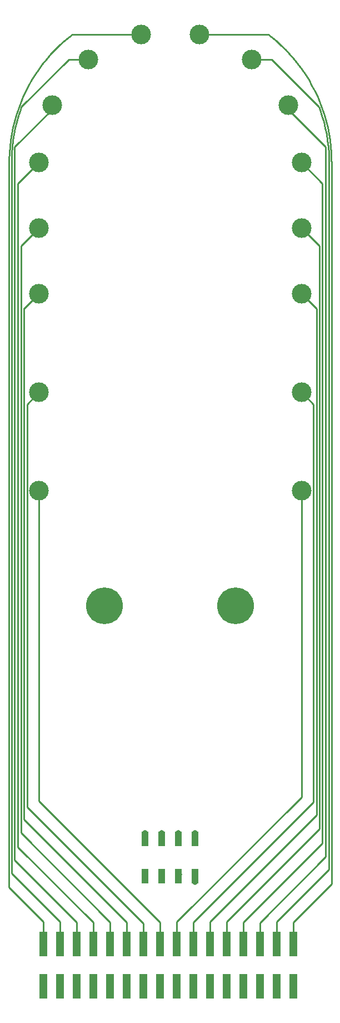
<source format=gtl>
G04 #@! TF.GenerationSoftware,KiCad,Pcbnew,7.0.7*
G04 #@! TF.CreationDate,2024-10-25T09:44:25+02:00*
G04 #@! TF.ProjectId,Benhui_Tongue,42656e68-7569-45f5-946f-6e6775652e6b,rev?*
G04 #@! TF.SameCoordinates,Original*
G04 #@! TF.FileFunction,Copper,L1,Top*
G04 #@! TF.FilePolarity,Positive*
%FSLAX46Y46*%
G04 Gerber Fmt 4.6, Leading zero omitted, Abs format (unit mm)*
G04 Created by KiCad (PCBNEW 7.0.7) date 2024-10-25 09:44:25*
%MOMM*%
%LPD*%
G01*
G04 APERTURE LIST*
G04 #@! TA.AperFunction,SMDPad,CuDef*
%ADD10C,3.000000*%
G04 #@! TD*
G04 #@! TA.AperFunction,ComponentPad*
%ADD11C,5.600000*%
G04 #@! TD*
G04 #@! TA.AperFunction,SMDPad,CuDef*
%ADD12R,1.300000X3.755000*%
G04 #@! TD*
G04 #@! TA.AperFunction,SMDPad,CuDef*
%ADD13R,1.010000X2.200000*%
G04 #@! TD*
G04 #@! TA.AperFunction,SMDPad,CuDef*
%ADD14R,1.000000X2.200000*%
G04 #@! TD*
G04 #@! TA.AperFunction,ViaPad*
%ADD15C,0.800000*%
G04 #@! TD*
G04 #@! TA.AperFunction,Conductor*
%ADD16C,0.250000*%
G04 #@! TD*
G04 APERTURE END LIST*
D10*
X99200000Y-59100000D03*
D11*
X109200000Y-116600000D03*
D10*
X123650000Y-29601000D03*
X139200000Y-49100000D03*
D12*
X137962500Y-174502500D03*
X137962500Y-168097500D03*
X135422500Y-174502500D03*
X135422500Y-168097500D03*
X132882500Y-174502500D03*
X132882500Y-168097500D03*
X130342500Y-174502500D03*
X130342500Y-168097500D03*
X127802500Y-174502500D03*
X127802500Y-168097500D03*
X125262500Y-174502500D03*
X125262500Y-168097500D03*
X122722500Y-174502500D03*
X122722500Y-168097500D03*
X120182500Y-174502500D03*
X120182500Y-168097500D03*
X117642500Y-174502500D03*
X117642500Y-168097500D03*
X115102500Y-174502500D03*
X115102500Y-168097500D03*
X112562500Y-174502500D03*
X112562500Y-168097500D03*
X110022500Y-174502500D03*
X110022500Y-168097500D03*
X107482500Y-174502500D03*
X107482500Y-168097500D03*
X104942500Y-174502500D03*
X104942500Y-168097500D03*
X102402500Y-174502500D03*
X102402500Y-168097500D03*
X99862500Y-174502500D03*
X99862500Y-168097500D03*
D10*
X131620000Y-33463000D03*
X114750000Y-29601000D03*
D11*
X129200000Y-116600000D03*
D10*
X139200000Y-59100000D03*
X99200000Y-99100000D03*
X99200000Y-49100000D03*
X139200000Y-84100000D03*
X99200000Y-84100000D03*
X106730000Y-33463000D03*
D13*
X115395000Y-157700000D03*
D14*
X115390000Y-152100000D03*
X117930000Y-157700000D03*
X117930000Y-152100000D03*
X120470000Y-157700000D03*
X120470000Y-152100000D03*
X123010000Y-157700000D03*
X123010000Y-152100000D03*
D10*
X99200000Y-69100000D03*
X137219000Y-40422000D03*
X139200000Y-99100000D03*
X101181000Y-40422000D03*
X139200000Y-69100000D03*
D15*
X120600000Y-157500000D03*
X120470000Y-151100000D03*
X117925001Y-151100000D03*
X115384999Y-151099999D03*
X123005000Y-151099998D03*
X115395000Y-157700000D03*
X123000000Y-158699998D03*
D16*
X99200000Y-99100000D02*
X99200000Y-146300000D01*
X117642500Y-164742500D02*
X117642500Y-168097500D01*
X99200000Y-146300000D02*
X117642500Y-164742500D01*
X97375000Y-147208750D02*
X115102500Y-164936250D01*
X115102500Y-164936250D02*
X115102500Y-168097500D01*
X97375000Y-85925000D02*
X97375000Y-147208750D01*
X99200000Y-84100000D02*
X97375000Y-85925000D01*
X96916665Y-149116665D02*
X112562500Y-164762500D01*
X112562500Y-164762500D02*
X112562500Y-168097500D01*
X99200000Y-69100000D02*
X96998000Y-71302000D01*
X96916665Y-71302000D02*
X96916665Y-149116665D01*
X96458332Y-61841668D02*
X96458332Y-151158332D01*
X96458332Y-151158332D02*
X110022500Y-164722500D01*
X110022500Y-164722500D02*
X110022500Y-168097500D01*
X99200000Y-59100000D02*
X96458332Y-61841668D01*
X95999999Y-52300001D02*
X99200000Y-49100000D01*
X107482500Y-168097500D02*
X107482500Y-164782500D01*
X107482500Y-164782500D02*
X95999999Y-153299999D01*
X95999999Y-52600000D02*
X95999999Y-52300001D01*
X95999999Y-153299999D02*
X95999999Y-52500000D01*
X101181000Y-40422000D02*
X101181000Y-41049716D01*
X104942500Y-164742500D02*
X104942500Y-168097500D01*
X101181000Y-41049716D02*
X95500000Y-46730716D01*
X95500000Y-46730716D02*
X95500000Y-155300000D01*
X95500000Y-155300000D02*
X104942500Y-164742500D01*
X95238670Y-45743251D02*
X95391065Y-44793287D01*
X95046000Y-47700853D02*
X95047721Y-47657593D01*
X96523302Y-40676698D02*
X103737000Y-33463000D01*
X102402500Y-164702500D02*
X95046000Y-157346000D01*
X95124161Y-46698519D02*
X95238670Y-45743251D01*
X102402500Y-168097500D02*
X102402500Y-164702500D01*
X96373819Y-41076374D02*
X96523302Y-40676698D01*
X95581111Y-43850126D02*
X95808500Y-42915269D01*
X103737000Y-33463000D02*
X106730000Y-33463000D01*
X96072873Y-41990211D02*
X96373819Y-41076374D01*
X95046000Y-157346000D02*
X95046000Y-47700853D01*
X95808500Y-42915269D02*
X96072873Y-41990211D01*
X95391065Y-44793287D02*
X95581111Y-43850126D01*
X95047721Y-47657593D02*
X95124161Y-46698519D01*
X103074960Y-30558552D02*
X102350583Y-31214270D01*
X103824857Y-29932132D02*
X103074960Y-30558552D01*
X97152699Y-38250174D02*
X96738783Y-39135268D01*
X114749000Y-29600000D02*
X104256218Y-29600000D01*
X94629110Y-49280246D02*
X94625000Y-49284315D01*
X97601475Y-37382240D02*
X97152699Y-38250174D01*
X94625000Y-49284315D02*
X94625000Y-159425000D01*
X99730232Y-34108993D02*
X99149636Y-34894893D01*
X94748948Y-46661100D02*
X94671317Y-47635124D01*
X95443953Y-42818884D02*
X95213019Y-43768313D01*
X100982819Y-32609503D02*
X100341608Y-33346802D01*
X94865245Y-45690916D02*
X94748948Y-46661100D01*
X96360374Y-40036136D02*
X96018090Y-40951305D01*
X96018090Y-40951305D02*
X95712445Y-41879410D01*
X95213019Y-43768313D02*
X95020010Y-44726182D01*
X95020010Y-44726182D02*
X94865245Y-45690916D01*
X98084419Y-36532804D02*
X97601475Y-37382240D01*
X95712445Y-41879410D02*
X95443953Y-42818884D01*
X98600729Y-35703277D02*
X98084419Y-36532804D01*
X94632429Y-48612526D02*
X94629110Y-49280246D01*
X100341608Y-33346802D02*
X99730232Y-34108993D01*
X104256218Y-29600000D02*
X103824857Y-29932132D01*
X96738783Y-39135268D02*
X96360374Y-40036136D01*
X102350583Y-31214270D02*
X101652812Y-31898303D01*
X99149636Y-34894893D02*
X98600729Y-35703277D01*
X101652812Y-31898303D02*
X100982819Y-32609503D01*
X94671317Y-47635124D02*
X94632429Y-48612526D01*
X94625000Y-159425000D02*
X99862500Y-164662500D01*
X99862500Y-164662500D02*
X99862500Y-168097500D01*
X114750000Y-29601000D02*
X114749000Y-29600000D01*
X143767571Y-48612526D02*
X143728683Y-47635124D01*
X137962500Y-164737500D02*
X143775000Y-158925000D01*
X140315581Y-36532804D02*
X139799271Y-35703277D01*
X143775000Y-49284315D02*
X143770890Y-49280246D01*
X143775000Y-158925000D02*
X143775000Y-49284315D01*
X141247301Y-38250174D02*
X140798525Y-37382240D01*
X137962500Y-168097500D02*
X137962500Y-164737500D01*
X138058392Y-33346802D02*
X137417181Y-32609503D01*
X143728683Y-47635124D02*
X143651052Y-46661100D01*
X138669768Y-34108993D02*
X138058392Y-33346802D01*
X143770890Y-49280246D02*
X143767571Y-48612526D01*
X143379990Y-44726182D02*
X143186981Y-43768313D01*
X141661217Y-39135268D02*
X141247301Y-38250174D01*
X137417181Y-32609503D02*
X136747188Y-31898303D01*
X142956047Y-42818884D02*
X142687555Y-41879410D01*
X134575143Y-29932132D02*
X134143782Y-29600000D01*
X136747188Y-31898303D02*
X136049417Y-31214270D01*
X140798525Y-37382240D02*
X140315581Y-36532804D01*
X142381910Y-40951305D02*
X142039626Y-40036136D01*
X135325040Y-30558552D02*
X134575143Y-29932132D01*
X142039626Y-40036136D02*
X141661217Y-39135268D01*
X139799271Y-35703277D02*
X139250364Y-34894893D01*
X139250364Y-34894893D02*
X138669768Y-34108993D01*
X143186981Y-43768313D02*
X142956047Y-42818884D01*
X143651052Y-46661100D02*
X143534755Y-45690916D01*
X136049417Y-31214270D02*
X135325040Y-30558552D01*
X123651000Y-29600000D02*
X123650000Y-29601000D01*
X134143782Y-29600000D02*
X123651000Y-29600000D01*
X142687555Y-41879410D02*
X142381910Y-40951305D01*
X143534755Y-45690916D02*
X143379990Y-44726182D01*
X143275839Y-46698519D02*
X143352279Y-47657593D01*
X143354000Y-47700853D02*
X143354000Y-156746000D01*
X134663000Y-33463000D02*
X141876698Y-40676698D01*
X131670000Y-33463000D02*
X134663000Y-33463000D01*
X141876698Y-40676698D02*
X142026181Y-41076374D01*
X142591500Y-42915269D02*
X142818889Y-43850126D01*
X142026181Y-41076374D02*
X142327127Y-41990211D01*
X143352279Y-47657593D02*
X143354000Y-47700853D01*
X135422500Y-164677500D02*
X135422500Y-168097500D01*
X143161330Y-45743251D02*
X143275839Y-46698519D01*
X142818889Y-43850126D02*
X143008935Y-44793287D01*
X142327127Y-41990211D02*
X142591500Y-42915269D01*
X143354000Y-156746000D02*
X135422500Y-164677500D01*
X143008935Y-44793287D02*
X143161330Y-45743251D01*
X137219000Y-41049716D02*
X142900000Y-46730716D01*
X137219000Y-40422000D02*
X137219000Y-41049716D01*
X142900000Y-46730716D02*
X142900000Y-154800000D01*
X142900000Y-154800000D02*
X132882500Y-164817500D01*
X132882500Y-164817500D02*
X132882500Y-168097500D01*
X130342500Y-164757500D02*
X142400001Y-152699999D01*
X142400001Y-152699999D02*
X142400001Y-52500000D01*
X130342500Y-168097500D02*
X130342500Y-164757500D01*
X142400001Y-52600000D02*
X142400001Y-52300001D01*
X142400001Y-52300001D02*
X139200000Y-49100000D01*
X127802500Y-164697500D02*
X141941668Y-150558332D01*
X127802500Y-168097500D02*
X127802500Y-164697500D01*
X141941668Y-61841668D02*
X139200000Y-59100000D01*
X141941668Y-150558332D02*
X141941668Y-61841668D01*
X141483335Y-148416665D02*
X125262500Y-164637500D01*
X125262500Y-164637500D02*
X125262500Y-168097500D01*
X139200000Y-69100000D02*
X141483335Y-71383335D01*
X141483335Y-71383335D02*
X141483335Y-148416665D01*
X141025000Y-146475000D02*
X122722500Y-164777500D01*
X141025000Y-85925000D02*
X141025000Y-146475000D01*
X122722500Y-164777500D02*
X122722500Y-168097500D01*
X139200000Y-84100000D02*
X141025000Y-85925000D01*
X139200000Y-99100000D02*
X139200000Y-145700000D01*
X139200000Y-145700000D02*
X120182500Y-164717500D01*
X120182500Y-164717500D02*
X120182500Y-168097500D01*
X120470001Y-173529999D02*
X120470001Y-173635001D01*
X117929999Y-173529999D02*
X117929999Y-173635001D01*
X115390000Y-173635000D02*
X115390000Y-173260000D01*
X112849999Y-173260000D02*
X112849999Y-173383158D01*
X110310000Y-173259999D02*
X110259999Y-173259999D01*
X100150000Y-173250000D02*
X100150000Y-173260000D01*
M02*

</source>
